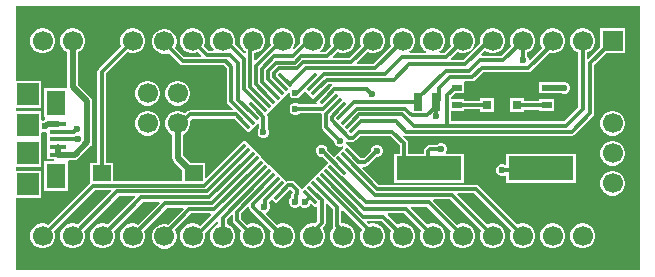
<source format=gbr>
%TF.GenerationSoftware,Altium Limited,Altium Designer,21.4.1 (30)*%
G04 Layer_Physical_Order=1*
G04 Layer_Color=255*
%FSLAX45Y45*%
%MOMM*%
%TF.SameCoordinates,7FD8979F-C22B-4491-80EA-6B84785AAA14*%
%TF.FilePolarity,Positive*%
%TF.FileFunction,Copper,L1,Top,Signal*%
%TF.Part,Single*%
G01*
G75*
%TA.AperFunction,SMDPad,CuDef*%
G04:AMPARAMS|DCode=10|XSize=1.475mm|YSize=0.3mm|CornerRadius=0mm|HoleSize=0mm|Usage=FLASHONLY|Rotation=225.000|XOffset=0mm|YOffset=0mm|HoleType=Round|Shape=Rectangle|*
%AMROTATEDRECTD10*
4,1,4,0.41543,0.62756,0.62756,0.41543,-0.41543,-0.62756,-0.62756,-0.41543,0.41543,0.62756,0.0*
%
%ADD10ROTATEDRECTD10*%

G04:AMPARAMS|DCode=11|XSize=1.475mm|YSize=0.3mm|CornerRadius=0mm|HoleSize=0mm|Usage=FLASHONLY|Rotation=315.000|XOffset=0mm|YOffset=0mm|HoleType=Round|Shape=Rectangle|*
%AMROTATEDRECTD11*
4,1,4,-0.62756,0.41543,-0.41543,0.62756,0.62756,-0.41543,0.41543,-0.62756,-0.62756,0.41543,0.0*
%
%ADD11ROTATEDRECTD11*%

%TA.AperFunction,ConnectorPad*%
%ADD12R,1.35000X0.40000*%
%TA.AperFunction,SMDPad,CuDef*%
%ADD13R,1.90000X1.90000*%
%TA.AperFunction,ConnectorPad*%
%ADD14R,1.60000X2.10000*%
%TA.AperFunction,SMDPad,CuDef*%
%ADD15R,0.90000X0.60000*%
%ADD16R,1.50000X1.40000*%
%ADD17R,0.80000X0.80000*%
%ADD18R,0.80000X1.50000*%
%ADD19R,5.50000X2.00000*%
%TA.AperFunction,Conductor*%
%ADD20C,0.30000*%
%ADD21C,0.50000*%
%TA.AperFunction,ComponentPad*%
%ADD22C,1.70000*%
%ADD23R,1.70000X1.70000*%
%ADD24R,1.70000X1.70000*%
%TA.AperFunction,ViaPad*%
%ADD25C,0.60000*%
G36*
X5308600Y25400D02*
X25400D01*
Y641000D01*
X242000D01*
Y871000D01*
X25400D01*
Y901000D01*
X242000D01*
Y1130999D01*
X242000D01*
Y1141001D01*
X242000D01*
Y1191899D01*
X254700Y1200385D01*
X262054Y1197339D01*
X281946D01*
X283940Y1198165D01*
X294500Y1191109D01*
Y1096000D01*
Y1031000D01*
Y966000D01*
X352259D01*
X354399Y963700D01*
X348868Y951000D01*
X269500D01*
Y701000D01*
X469500D01*
Y947418D01*
X469500Y951000D01*
X478146Y960118D01*
X525326D01*
X542884Y963611D01*
X557769Y973557D01*
X660503Y1076291D01*
X670449Y1091176D01*
X673941Y1108734D01*
Y1456716D01*
X670449Y1474274D01*
X660503Y1489159D01*
X553882Y1595781D01*
Y1873747D01*
X572471Y1884479D01*
X592021Y1904029D01*
X605844Y1927972D01*
X613000Y1954677D01*
Y1982323D01*
X605844Y2009028D01*
X592021Y2032971D01*
X572471Y2052521D01*
X548528Y2066344D01*
X521823Y2073500D01*
X494177D01*
X467472Y2066344D01*
X443529Y2052521D01*
X423979Y2032971D01*
X410156Y2009028D01*
X403000Y1982323D01*
Y1954677D01*
X410156Y1927972D01*
X423979Y1904029D01*
X443529Y1884479D01*
X462118Y1873747D01*
Y1576776D01*
X457378Y1571000D01*
X269500D01*
Y1321000D01*
X276604D01*
X278302Y1308389D01*
X263417Y1298443D01*
X262313Y1297339D01*
X262054D01*
X254700Y1294292D01*
X242000Y1302778D01*
Y1371000D01*
X25400D01*
Y1401000D01*
X242000D01*
Y1631000D01*
X25400D01*
Y2260600D01*
X5308600D01*
Y25400D01*
D02*
G37*
%LPC*%
G36*
X267823Y2073500D02*
X240177D01*
X213472Y2066344D01*
X189529Y2052521D01*
X169979Y2032971D01*
X156156Y2009028D01*
X149000Y1982323D01*
Y1954677D01*
X156156Y1927972D01*
X169979Y1904029D01*
X189529Y1884479D01*
X213472Y1870656D01*
X240177Y1863500D01*
X267823D01*
X294528Y1870656D01*
X318471Y1884479D01*
X338021Y1904029D01*
X351844Y1927972D01*
X359000Y1954677D01*
Y1982323D01*
X351844Y2009028D01*
X338021Y2032971D01*
X318471Y2052521D01*
X294528Y2066344D01*
X267823Y2073500D01*
D02*
G37*
G36*
X5185000D02*
X4975000D01*
Y1913967D01*
X4874386Y1813353D01*
X4861686Y1818614D01*
Y1869358D01*
X4866528Y1870656D01*
X4890471Y1884479D01*
X4910021Y1904029D01*
X4923844Y1927972D01*
X4931000Y1954677D01*
Y1982323D01*
X4923844Y2009028D01*
X4910021Y2032971D01*
X4890471Y2052521D01*
X4866528Y2066344D01*
X4839823Y2073500D01*
X4812177D01*
X4785472Y2066344D01*
X4761529Y2052521D01*
X4741979Y2032971D01*
X4728156Y2009028D01*
X4721000Y1982323D01*
Y1954677D01*
X4728156Y1927972D01*
X4741979Y1904029D01*
X4761529Y1884479D01*
X4785472Y1870656D01*
X4790314Y1869358D01*
Y1405259D01*
X4671462Y1286406D01*
X3714886D01*
Y1373600D01*
X3824200D01*
Y1387914D01*
X3953200D01*
Y1363600D01*
X4073200D01*
Y1483600D01*
X3953200D01*
Y1459286D01*
X3824200D01*
Y1473600D01*
X3714886D01*
Y1493819D01*
X3744667Y1523600D01*
X3824200D01*
Y1623600D01*
X3836124Y1625474D01*
X3891280D01*
X3904936Y1628191D01*
X3916514Y1635926D01*
X3986418Y1705830D01*
X4367876D01*
X4381533Y1708547D01*
X4393110Y1716283D01*
X4544099Y1867272D01*
X4558177Y1863500D01*
X4585823D01*
X4612528Y1870656D01*
X4636471Y1884479D01*
X4656021Y1904029D01*
X4669844Y1927972D01*
X4677000Y1954677D01*
Y1982323D01*
X4669844Y2009028D01*
X4656021Y2032971D01*
X4636471Y2052521D01*
X4612528Y2066344D01*
X4585823Y2073500D01*
X4558177D01*
X4531472Y2066344D01*
X4507529Y2052521D01*
X4487979Y2032971D01*
X4474156Y2009028D01*
X4467000Y1982323D01*
Y1954677D01*
X4474156Y1927972D01*
X4485030Y1909137D01*
X4380700Y1804807D01*
X4368000Y1810068D01*
Y1816462D01*
X4360388Y1834839D01*
X4353686Y1841541D01*
Y1869358D01*
X4358528Y1870656D01*
X4382471Y1884479D01*
X4402021Y1904029D01*
X4415844Y1927972D01*
X4423000Y1954677D01*
Y1982323D01*
X4415844Y2009028D01*
X4402021Y2032971D01*
X4382471Y2052521D01*
X4358528Y2066344D01*
X4331823Y2073500D01*
X4304177D01*
X4277472Y2066344D01*
X4253529Y2052521D01*
X4233979Y2032971D01*
X4220156Y2009028D01*
X4213000Y1982323D01*
Y1954677D01*
X4220156Y1927972D01*
X4222663Y1923630D01*
X4141235Y1842202D01*
X3971732D01*
X3966472Y1854902D01*
X3997789Y1886219D01*
X3999529Y1884479D01*
X4023472Y1870656D01*
X4050177Y1863500D01*
X4077823D01*
X4104528Y1870656D01*
X4128471Y1884479D01*
X4148021Y1904029D01*
X4161844Y1927972D01*
X4169000Y1954677D01*
Y1982323D01*
X4161844Y2009028D01*
X4148021Y2032971D01*
X4128471Y2052521D01*
X4104528Y2066344D01*
X4077823Y2073500D01*
X4050177D01*
X4023472Y2066344D01*
X3999529Y2052521D01*
X3979979Y2032971D01*
X3966156Y2009028D01*
X3959000Y1982323D01*
Y1954677D01*
X3960334Y1949699D01*
X3816701Y1806066D01*
X3715994D01*
X3710733Y1818766D01*
X3765130Y1873163D01*
X3769472Y1870656D01*
X3796177Y1863500D01*
X3823823D01*
X3850528Y1870656D01*
X3874471Y1884479D01*
X3894021Y1904029D01*
X3907844Y1927972D01*
X3915000Y1954677D01*
Y1982323D01*
X3907844Y2009028D01*
X3894021Y2032971D01*
X3874471Y2052521D01*
X3850528Y2066344D01*
X3823823Y2073500D01*
X3796177D01*
X3769472Y2066344D01*
X3745529Y2052521D01*
X3725979Y2032971D01*
X3712156Y2009028D01*
X3705000Y1982323D01*
Y1954677D01*
X3712156Y1927972D01*
X3714663Y1923630D01*
X3658058Y1867026D01*
X3615641D01*
X3612238Y1879726D01*
X3620471Y1884479D01*
X3640021Y1904029D01*
X3653844Y1927972D01*
X3661000Y1954677D01*
Y1982323D01*
X3653844Y2009028D01*
X3640021Y2032971D01*
X3620471Y2052521D01*
X3596528Y2066344D01*
X3569823Y2073500D01*
X3542177D01*
X3515472Y2066344D01*
X3491529Y2052521D01*
X3471979Y2032971D01*
X3458156Y2009028D01*
X3451000Y1982323D01*
Y1954677D01*
X3458156Y1927972D01*
X3471979Y1904029D01*
X3491529Y1884479D01*
X3499762Y1879726D01*
X3496359Y1867026D01*
X3361641D01*
X3358238Y1879726D01*
X3366471Y1884479D01*
X3386021Y1904029D01*
X3399844Y1927972D01*
X3407000Y1954677D01*
Y1982323D01*
X3399844Y2009028D01*
X3386021Y2032971D01*
X3366471Y2052521D01*
X3342528Y2066344D01*
X3315823Y2073500D01*
X3288177D01*
X3261472Y2066344D01*
X3237529Y2052521D01*
X3217979Y2032971D01*
X3204156Y2009028D01*
X3197000Y1982323D01*
Y1954677D01*
X3204156Y1927972D01*
X3206663Y1923630D01*
X3055139Y1772106D01*
X2918667D01*
X2913806Y1783839D01*
X3003130Y1873163D01*
X3007472Y1870656D01*
X3034177Y1863500D01*
X3061823D01*
X3088528Y1870656D01*
X3112471Y1884479D01*
X3132021Y1904029D01*
X3145844Y1927972D01*
X3153000Y1954677D01*
Y1982323D01*
X3145844Y2009028D01*
X3132021Y2032971D01*
X3112471Y2052521D01*
X3088528Y2066344D01*
X3061823Y2073500D01*
X3034177D01*
X3007472Y2066344D01*
X2983529Y2052521D01*
X2963979Y2032971D01*
X2950156Y2009028D01*
X2943000Y1982323D01*
Y1954677D01*
X2950156Y1927972D01*
X2952663Y1923630D01*
X2851139Y1822106D01*
X2714667D01*
X2709806Y1833839D01*
X2749130Y1873163D01*
X2753472Y1870656D01*
X2780177Y1863500D01*
X2807823D01*
X2834528Y1870656D01*
X2858471Y1884479D01*
X2878021Y1904029D01*
X2891844Y1927972D01*
X2899000Y1954677D01*
Y1982323D01*
X2891844Y2009028D01*
X2878021Y2032971D01*
X2858471Y2052521D01*
X2834528Y2066344D01*
X2807823Y2073500D01*
X2780177D01*
X2753472Y2066344D01*
X2729529Y2052521D01*
X2709979Y2032971D01*
X2696156Y2009028D01*
X2689000Y1982323D01*
Y1954677D01*
X2696156Y1927972D01*
X2698663Y1923630D01*
X2647138Y1872106D01*
X2607574D01*
X2604896Y1882101D01*
X2604798Y1884806D01*
X2624021Y1904029D01*
X2637844Y1927972D01*
X2645000Y1954677D01*
Y1982323D01*
X2637844Y2009028D01*
X2624021Y2032971D01*
X2604471Y2052521D01*
X2580528Y2066344D01*
X2553823Y2073500D01*
X2526177D01*
X2499472Y2066344D01*
X2475529Y2052521D01*
X2455979Y2032971D01*
X2442156Y2009028D01*
X2435000Y1982323D01*
Y1954677D01*
X2435638Y1952296D01*
X2379432Y1896090D01*
X2370021Y1904029D01*
X2383844Y1927972D01*
X2391000Y1954677D01*
Y1982323D01*
X2383844Y2009028D01*
X2370021Y2032971D01*
X2350471Y2052521D01*
X2326528Y2066344D01*
X2299823Y2073500D01*
X2272177D01*
X2245472Y2066344D01*
X2221529Y2052521D01*
X2201979Y2032971D01*
X2188156Y2009028D01*
X2181000Y1982323D01*
Y1954677D01*
X2186904Y1932642D01*
X2057446Y1803184D01*
X2045713Y1808044D01*
Y1863500D01*
X2045823D01*
X2072528Y1870656D01*
X2096471Y1884479D01*
X2116021Y1904029D01*
X2129844Y1927972D01*
X2137000Y1954677D01*
Y1982323D01*
X2129844Y2009028D01*
X2116021Y2032971D01*
X2096471Y2052521D01*
X2072528Y2066344D01*
X2045823Y2073500D01*
X2018177D01*
X1991472Y2066344D01*
X1967529Y2052521D01*
X1947979Y2032971D01*
X1934156Y2009028D01*
X1927000Y1982323D01*
Y1954677D01*
X1934156Y1927972D01*
X1947979Y1904029D01*
X1967529Y1884479D01*
X1974341Y1880546D01*
Y1864619D01*
X1962608Y1859759D01*
X1879765Y1942603D01*
X1883000Y1954677D01*
Y1982323D01*
X1875844Y2009028D01*
X1862021Y2032971D01*
X1842471Y2052521D01*
X1818528Y2066344D01*
X1791823Y2073500D01*
X1764177D01*
X1737472Y2066344D01*
X1713529Y2052521D01*
X1693979Y2032971D01*
X1680156Y2009028D01*
X1673000Y1982323D01*
Y1954677D01*
X1680156Y1927972D01*
X1693979Y1904029D01*
X1701122Y1896886D01*
X1695862Y1884186D01*
X1658782D01*
X1619337Y1923630D01*
X1621844Y1927972D01*
X1629000Y1954677D01*
Y1982323D01*
X1621844Y2009028D01*
X1608021Y2032971D01*
X1588471Y2052521D01*
X1564528Y2066344D01*
X1537823Y2073500D01*
X1510177D01*
X1483472Y2066344D01*
X1459529Y2052521D01*
X1439979Y2032971D01*
X1426156Y2009028D01*
X1419000Y1982323D01*
Y1954677D01*
X1426156Y1927972D01*
X1439979Y1904029D01*
X1459529Y1884479D01*
X1483472Y1870656D01*
X1510177Y1863500D01*
X1537823D01*
X1564528Y1870656D01*
X1568870Y1873163D01*
X1596114Y1845919D01*
X1591253Y1834186D01*
X1454781D01*
X1376859Y1912109D01*
X1383084Y1922892D01*
X1390240Y1949597D01*
Y1977243D01*
X1383084Y2003948D01*
X1369261Y2027891D01*
X1349711Y2047441D01*
X1325768Y2061264D01*
X1299063Y2068420D01*
X1271417D01*
X1244712Y2061264D01*
X1220769Y2047441D01*
X1201219Y2027891D01*
X1187396Y2003948D01*
X1180240Y1977243D01*
Y1949597D01*
X1187396Y1922892D01*
X1201219Y1898949D01*
X1220769Y1879399D01*
X1244712Y1865576D01*
X1271417Y1858420D01*
X1299063D01*
X1323157Y1864876D01*
X1414766Y1773266D01*
X1426344Y1765531D01*
X1440000Y1762814D01*
X1788645D01*
X1815974Y1735485D01*
Y1456853D01*
X1818691Y1443197D01*
X1826426Y1431619D01*
X1864653Y1393392D01*
X1859793Y1381659D01*
X1504874D01*
X1491218Y1378942D01*
X1479641Y1371207D01*
X1461963Y1353529D01*
X1461471Y1354021D01*
X1437528Y1367844D01*
X1410823Y1375000D01*
X1383177D01*
X1356472Y1367844D01*
X1332529Y1354021D01*
X1312979Y1334471D01*
X1299156Y1310528D01*
X1292000Y1283823D01*
Y1256177D01*
X1299156Y1229472D01*
X1312979Y1205529D01*
X1332529Y1185979D01*
X1351118Y1175247D01*
Y979360D01*
X1354611Y961802D01*
X1364557Y946917D01*
X1438000Y873473D01*
Y779046D01*
X848000D01*
Y938360D01*
X788686D01*
Y1690718D01*
X971130Y1873163D01*
X975472Y1870656D01*
X1002177Y1863500D01*
X1029823D01*
X1056528Y1870656D01*
X1080471Y1884479D01*
X1100021Y1904029D01*
X1113844Y1927972D01*
X1121000Y1954677D01*
Y1982323D01*
X1113844Y2009028D01*
X1100021Y2032971D01*
X1080471Y2052521D01*
X1056528Y2066344D01*
X1029823Y2073500D01*
X1002177D01*
X975472Y2066344D01*
X951529Y2052521D01*
X931979Y2032971D01*
X918156Y2009028D01*
X911000Y1982323D01*
Y1954677D01*
X918156Y1927972D01*
X920663Y1923630D01*
X727766Y1730734D01*
X720031Y1719156D01*
X717314Y1705500D01*
Y938360D01*
X658000D01*
Y770848D01*
X654626Y768594D01*
X298870Y412837D01*
X294528Y415344D01*
X267823Y422500D01*
X240177D01*
X213472Y415344D01*
X189529Y401521D01*
X169979Y381971D01*
X156156Y358028D01*
X149000Y331323D01*
Y303677D01*
X156156Y276972D01*
X169979Y253029D01*
X189529Y233479D01*
X213472Y219656D01*
X240177Y212500D01*
X267823D01*
X294528Y219656D01*
X318471Y233479D01*
X338021Y253029D01*
X351844Y276972D01*
X359000Y303677D01*
Y331323D01*
X351844Y358028D01*
X349337Y362370D01*
X694641Y707674D01*
X831113D01*
X835974Y695941D01*
X552870Y412837D01*
X548528Y415344D01*
X521823Y422500D01*
X494177D01*
X467472Y415344D01*
X443529Y401521D01*
X423979Y381971D01*
X410156Y358028D01*
X403000Y331323D01*
Y303677D01*
X410156Y276972D01*
X423979Y253029D01*
X443529Y233479D01*
X467472Y219656D01*
X494177Y212500D01*
X521823D01*
X548528Y219656D01*
X572471Y233479D01*
X592021Y253029D01*
X605844Y276972D01*
X613000Y303677D01*
Y331323D01*
X605844Y358028D01*
X603337Y362370D01*
X898642Y657674D01*
X1035113D01*
X1039974Y645941D01*
X806870Y412837D01*
X802528Y415344D01*
X775823Y422500D01*
X748177D01*
X721472Y415344D01*
X697529Y401521D01*
X677979Y381971D01*
X664156Y358028D01*
X657000Y331323D01*
Y303677D01*
X664156Y276972D01*
X677979Y253029D01*
X697529Y233479D01*
X721472Y219656D01*
X748177Y212500D01*
X775823D01*
X802528Y219656D01*
X826471Y233479D01*
X846021Y253029D01*
X859844Y276972D01*
X867000Y303677D01*
Y331323D01*
X859844Y358028D01*
X857337Y362370D01*
X1102642Y607674D01*
X1239114D01*
X1243974Y595941D01*
X1060870Y412837D01*
X1056528Y415344D01*
X1029823Y422500D01*
X1002177D01*
X975472Y415344D01*
X951529Y401521D01*
X931979Y381971D01*
X918156Y358028D01*
X911000Y331323D01*
Y303677D01*
X918156Y276972D01*
X931979Y253029D01*
X951529Y233479D01*
X975472Y219656D01*
X1002177Y212500D01*
X1029823D01*
X1056528Y219656D01*
X1080471Y233479D01*
X1100021Y253029D01*
X1113844Y276972D01*
X1121000Y303677D01*
Y331323D01*
X1113844Y358028D01*
X1111337Y362370D01*
X1306642Y557675D01*
X1443114D01*
X1447974Y545941D01*
X1315144Y413111D01*
X1299063Y417420D01*
X1271417D01*
X1244712Y410264D01*
X1220769Y396441D01*
X1201219Y376891D01*
X1187396Y352948D01*
X1180240Y326243D01*
Y298597D01*
X1187396Y271892D01*
X1201219Y247949D01*
X1220769Y228399D01*
X1244712Y214576D01*
X1271417Y207420D01*
X1299063D01*
X1325768Y214576D01*
X1349711Y228399D01*
X1369261Y247949D01*
X1383084Y271892D01*
X1390240Y298597D01*
Y326243D01*
X1383084Y352948D01*
X1373140Y370172D01*
X1510642Y507675D01*
X1675259D01*
X1680119Y495941D01*
X1586713Y402536D01*
X1564528Y415344D01*
X1537823Y422500D01*
X1510177D01*
X1483472Y415344D01*
X1459529Y401521D01*
X1439979Y381971D01*
X1426156Y358028D01*
X1419000Y331323D01*
Y303677D01*
X1426156Y276972D01*
X1439979Y253029D01*
X1459529Y233479D01*
X1483472Y219656D01*
X1510177Y212500D01*
X1537823D01*
X1564528Y219656D01*
X1588471Y233479D01*
X1608021Y253029D01*
X1621844Y276972D01*
X1629000Y303677D01*
Y331323D01*
X1626345Y341232D01*
X1730581Y445469D01*
X1742314Y440608D01*
Y416642D01*
X1737472Y415344D01*
X1713529Y401521D01*
X1693979Y381971D01*
X1680156Y358028D01*
X1673000Y331323D01*
Y303677D01*
X1680156Y276972D01*
X1693979Y253029D01*
X1713529Y233479D01*
X1737472Y219656D01*
X1764177Y212500D01*
X1791823D01*
X1818528Y219656D01*
X1842471Y233479D01*
X1862021Y253029D01*
X1875844Y276972D01*
X1883000Y303677D01*
Y331323D01*
X1875844Y358028D01*
X1862021Y381971D01*
X1842471Y401521D01*
X1818528Y415344D01*
X1813686Y416642D01*
Y457863D01*
X1852501Y496678D01*
X1864234Y491818D01*
Y449580D01*
X1866951Y435924D01*
X1874686Y424346D01*
X1936663Y362370D01*
X1934156Y358028D01*
X1927000Y331323D01*
Y303677D01*
X1934156Y276972D01*
X1947979Y253029D01*
X1967529Y233479D01*
X1991472Y219656D01*
X2018177Y212500D01*
X2045823D01*
X2072528Y219656D01*
X2096471Y233479D01*
X2116021Y253029D01*
X2129844Y276972D01*
X2137000Y303677D01*
Y331323D01*
X2129844Y358028D01*
X2116021Y381971D01*
X2096471Y401521D01*
X2072528Y415344D01*
X2045823Y422500D01*
X2018177D01*
X1991472Y415344D01*
X1987130Y412837D01*
X1935606Y464362D01*
Y509072D01*
X1989517Y562984D01*
X2003297Y558804D01*
X2004595Y552279D01*
X2012331Y540702D01*
X2190663Y362370D01*
X2188156Y358028D01*
X2181000Y331323D01*
Y303677D01*
X2188156Y276972D01*
X2201979Y253029D01*
X2221529Y233479D01*
X2245472Y219656D01*
X2272177Y212500D01*
X2299823D01*
X2326528Y219656D01*
X2350471Y233479D01*
X2370021Y253029D01*
X2383844Y276972D01*
X2391000Y303677D01*
Y331323D01*
X2383844Y358028D01*
X2370021Y381971D01*
X2350471Y401521D01*
X2326528Y415344D01*
X2299823Y422500D01*
X2272177D01*
X2245472Y415344D01*
X2241130Y412837D01*
X2148607Y505360D01*
X2151587Y520341D01*
X2159328Y523547D01*
X2173394Y537613D01*
X2181006Y555990D01*
Y575881D01*
X2173394Y594258D01*
X2172432Y595220D01*
Y604477D01*
X2196014Y628060D01*
X2230885Y593189D01*
X2294738Y657043D01*
X2297661Y658995D01*
X2349325Y710659D01*
X2369853Y690132D01*
Y689879D01*
X2363771Y680777D01*
X2361054Y667121D01*
Y647825D01*
X2348612Y635383D01*
X2341000Y617006D01*
Y597114D01*
X2348612Y578737D01*
X2362677Y564672D01*
X2381054Y557060D01*
X2400945D01*
X2419323Y564672D01*
X2432480Y577829D01*
X2445637Y564672D01*
X2464014Y557060D01*
X2483906D01*
X2502283Y564672D01*
X2516348Y578737D01*
X2518566Y584093D01*
X2531023Y586571D01*
X2559760Y557834D01*
X2568554Y566628D01*
X2580287Y561768D01*
Y440156D01*
X2560770Y420638D01*
X2553823Y422500D01*
X2526177D01*
X2499472Y415344D01*
X2475529Y401521D01*
X2455979Y381971D01*
X2442156Y358028D01*
X2435000Y331323D01*
Y303677D01*
X2442156Y276972D01*
X2455979Y253029D01*
X2475529Y233479D01*
X2499472Y219656D01*
X2526177Y212500D01*
X2553823D01*
X2580528Y219656D01*
X2604471Y233479D01*
X2624021Y253029D01*
X2637844Y276972D01*
X2645000Y303677D01*
Y331323D01*
X2637844Y358028D01*
X2624021Y381971D01*
X2623529Y382463D01*
X2641207Y400141D01*
X2648942Y411718D01*
X2651659Y425374D01*
Y589793D01*
X2663392Y594653D01*
X2712594Y545451D01*
Y401104D01*
X2715311Y387448D01*
X2715369Y387361D01*
X2709979Y381971D01*
X2696156Y358028D01*
X2689000Y331323D01*
Y303677D01*
X2696156Y276972D01*
X2709979Y253029D01*
X2729529Y233479D01*
X2753472Y219656D01*
X2780177Y212500D01*
X2807823D01*
X2834528Y219656D01*
X2858471Y233479D01*
X2878021Y253029D01*
X2891844Y276972D01*
X2899000Y303677D01*
Y331323D01*
X2891844Y358028D01*
X2878021Y381971D01*
X2858471Y401521D01*
X2834528Y415344D01*
X2807823Y422500D01*
X2783966D01*
Y528197D01*
X2795699Y533057D01*
X2957686Y371070D01*
X2950156Y358028D01*
X2943000Y331323D01*
Y303677D01*
X2950156Y276972D01*
X2963979Y253029D01*
X2983529Y233479D01*
X3007472Y219656D01*
X3034177Y212500D01*
X3061823D01*
X3088528Y219656D01*
X3112471Y233479D01*
X3132021Y253029D01*
X3145844Y276972D01*
X3153000Y303677D01*
Y331323D01*
X3145844Y358028D01*
X3132021Y381971D01*
X3112471Y401521D01*
X3088528Y415344D01*
X3061823Y422500D01*
X3034177D01*
X3012894Y416797D01*
X2997050Y432641D01*
X3001910Y444374D01*
X3124658D01*
X3206663Y362370D01*
X3204156Y358028D01*
X3197000Y331323D01*
Y303677D01*
X3204156Y276972D01*
X3217979Y253029D01*
X3237529Y233479D01*
X3261472Y219656D01*
X3288177Y212500D01*
X3315823D01*
X3342528Y219656D01*
X3366471Y233479D01*
X3386021Y253029D01*
X3399844Y276972D01*
X3407000Y303677D01*
Y331323D01*
X3399844Y358028D01*
X3386021Y381971D01*
X3366471Y401521D01*
X3342528Y415344D01*
X3315823Y422500D01*
X3288177D01*
X3261472Y415344D01*
X3257130Y412837D01*
X3174793Y495174D01*
X3180054Y507874D01*
X3315158D01*
X3460663Y362370D01*
X3458156Y358028D01*
X3451000Y331323D01*
Y303677D01*
X3458156Y276972D01*
X3471979Y253029D01*
X3491529Y233479D01*
X3515472Y219656D01*
X3542177Y212500D01*
X3569823D01*
X3596528Y219656D01*
X3620471Y233479D01*
X3640021Y253029D01*
X3653844Y276972D01*
X3661000Y303677D01*
Y331323D01*
X3653844Y358028D01*
X3640021Y381971D01*
X3620471Y401521D01*
X3596528Y415344D01*
X3569823Y422500D01*
X3542177D01*
X3515472Y415344D01*
X3511130Y412837D01*
X3369406Y554561D01*
X3374267Y566294D01*
X3510738D01*
X3714663Y362370D01*
X3712156Y358028D01*
X3705000Y331323D01*
Y303677D01*
X3712156Y276972D01*
X3725979Y253029D01*
X3745529Y233479D01*
X3769472Y219656D01*
X3796177Y212500D01*
X3823823D01*
X3850528Y219656D01*
X3874471Y233479D01*
X3894021Y253029D01*
X3907844Y276972D01*
X3915000Y303677D01*
Y331323D01*
X3907844Y358028D01*
X3894021Y381971D01*
X3874471Y401521D01*
X3850528Y415344D01*
X3823823Y422500D01*
X3796177D01*
X3769472Y415344D01*
X3765130Y412837D01*
X3560873Y617094D01*
X3566134Y629794D01*
X3701238D01*
X3968663Y362370D01*
X3966156Y358028D01*
X3959000Y331323D01*
Y303677D01*
X3966156Y276972D01*
X3979979Y253029D01*
X3999529Y233479D01*
X4023472Y219656D01*
X4050177Y212500D01*
X4077823D01*
X4104528Y219656D01*
X4128471Y233479D01*
X4148021Y253029D01*
X4161844Y276972D01*
X4169000Y303677D01*
Y331323D01*
X4161844Y358028D01*
X4148021Y381971D01*
X4128471Y401521D01*
X4104528Y415344D01*
X4077823Y422500D01*
X4050177D01*
X4023472Y415344D01*
X4019130Y412837D01*
X3763906Y668061D01*
X3768767Y679794D01*
X3905239D01*
X4222663Y362370D01*
X4220156Y358028D01*
X4213000Y331323D01*
Y303677D01*
X4220156Y276972D01*
X4233979Y253029D01*
X4253529Y233479D01*
X4277472Y219656D01*
X4304177Y212500D01*
X4331823D01*
X4358528Y219656D01*
X4382471Y233479D01*
X4402021Y253029D01*
X4415844Y276972D01*
X4423000Y303677D01*
Y331323D01*
X4415844Y358028D01*
X4402021Y381971D01*
X4382471Y401521D01*
X4358528Y415344D01*
X4331823Y422500D01*
X4304177D01*
X4277472Y415344D01*
X4273130Y412837D01*
X3945254Y740714D01*
X3933676Y748449D01*
X3920020Y751166D01*
X3102789D01*
X2961347Y892608D01*
X2966207Y904341D01*
X2987164D01*
X3000821Y907058D01*
X3012398Y914793D01*
X3085388Y987783D01*
X3094866D01*
X3113243Y995395D01*
X3127308Y1009460D01*
X3134920Y1027837D01*
Y1047728D01*
X3127308Y1066105D01*
X3113243Y1080171D01*
X3094866Y1087782D01*
X3074975D01*
X3056597Y1080171D01*
X3042532Y1066105D01*
X3034920Y1047728D01*
Y1038250D01*
X2972383Y975713D01*
X2948953D01*
X2897005Y1027661D01*
X2894082Y1029614D01*
X2830229Y1093467D01*
X2830229D01*
X2822909Y1099385D01*
X2825918Y1112071D01*
X2837045Y1117750D01*
X2837430Y1117493D01*
X2851086Y1114776D01*
X2880081D01*
X2893737Y1117493D01*
X2905315Y1125228D01*
X2945121Y1165034D01*
X3199973D01*
X3276186Y1088822D01*
Y1009000D01*
X3230500D01*
Y769000D01*
X3820500D01*
Y1009000D01*
X3675771D01*
X3670511Y1021700D01*
X3672048Y1023237D01*
X3679660Y1041614D01*
Y1061506D01*
X3672048Y1079883D01*
X3657983Y1093948D01*
X3639606Y1101560D01*
X3619714D01*
X3601337Y1093948D01*
X3594635Y1087246D01*
X3535474D01*
X3521817Y1084529D01*
X3510240Y1076794D01*
X3492666Y1059220D01*
X3484931Y1047643D01*
X3482214Y1033986D01*
Y1009000D01*
X3347557D01*
Y1103604D01*
X3344841Y1117260D01*
X3337105Y1128837D01*
X3305230Y1160712D01*
X3313326Y1170577D01*
X3317555Y1167751D01*
X3331212Y1165034D01*
X4736400D01*
X4750057Y1167751D01*
X4761634Y1175487D01*
X4915705Y1329558D01*
X4923440Y1341135D01*
X4926157Y1354791D01*
Y1764190D01*
X5025467Y1863500D01*
X5185000D01*
Y2073500D01*
D02*
G37*
G36*
X4586200Y1623600D02*
X4456200D01*
Y1523600D01*
X4586200D01*
Y1527719D01*
X4647058D01*
X4659898Y1522400D01*
X4679790D01*
X4698167Y1530012D01*
X4712232Y1544077D01*
X4719844Y1562454D01*
Y1582346D01*
X4712232Y1600723D01*
X4698167Y1614788D01*
X4679790Y1622400D01*
X4659898D01*
X4652853Y1619482D01*
X4586200D01*
Y1623600D01*
D02*
G37*
G36*
X1410823Y1629000D02*
X1383177D01*
X1356472Y1621844D01*
X1332529Y1608021D01*
X1312979Y1588471D01*
X1299156Y1564528D01*
X1292000Y1537823D01*
Y1510177D01*
X1299156Y1483472D01*
X1312979Y1459529D01*
X1332529Y1439979D01*
X1356472Y1426156D01*
X1383177Y1419000D01*
X1410823D01*
X1437528Y1426156D01*
X1461471Y1439979D01*
X1481021Y1459529D01*
X1494844Y1483472D01*
X1502000Y1510177D01*
Y1537823D01*
X1494844Y1564528D01*
X1481021Y1588471D01*
X1461471Y1608021D01*
X1437528Y1621844D01*
X1410823Y1629000D01*
D02*
G37*
G36*
X1156823D02*
X1129177D01*
X1102472Y1621844D01*
X1078529Y1608021D01*
X1058979Y1588471D01*
X1045156Y1564528D01*
X1038000Y1537823D01*
Y1510177D01*
X1045156Y1483472D01*
X1058979Y1459529D01*
X1078529Y1439979D01*
X1102472Y1426156D01*
X1129177Y1419000D01*
X1156823D01*
X1183528Y1426156D01*
X1207471Y1439979D01*
X1227021Y1459529D01*
X1240844Y1483472D01*
X1248000Y1510177D01*
Y1537823D01*
X1240844Y1564528D01*
X1227021Y1588471D01*
X1207471Y1608021D01*
X1183528Y1621844D01*
X1156823Y1629000D01*
D02*
G37*
G36*
X4327200Y1482400D02*
X4207200D01*
Y1362400D01*
X4327200D01*
Y1387314D01*
X4456200D01*
Y1373600D01*
X4586200D01*
Y1473600D01*
X4456200D01*
Y1458686D01*
X4327200D01*
Y1482400D01*
D02*
G37*
G36*
X5093823Y1375000D02*
X5066177D01*
X5039472Y1367844D01*
X5015529Y1354021D01*
X4995979Y1334471D01*
X4982156Y1310528D01*
X4975000Y1283823D01*
Y1256177D01*
X4982156Y1229472D01*
X4995979Y1205529D01*
X5015529Y1185979D01*
X5039472Y1172156D01*
X5066177Y1165000D01*
X5093823D01*
X5120528Y1172156D01*
X5144471Y1185979D01*
X5164021Y1205529D01*
X5177844Y1229472D01*
X5185000Y1256177D01*
Y1283823D01*
X5177844Y1310528D01*
X5164021Y1334471D01*
X5144471Y1354021D01*
X5120528Y1367844D01*
X5093823Y1375000D01*
D02*
G37*
G36*
X1156823D02*
X1129177D01*
X1102472Y1367844D01*
X1078529Y1354021D01*
X1058979Y1334471D01*
X1045156Y1310528D01*
X1038000Y1283823D01*
Y1256177D01*
X1045156Y1229472D01*
X1058979Y1205529D01*
X1078529Y1185979D01*
X1102472Y1172156D01*
X1129177Y1165000D01*
X1156823D01*
X1183528Y1172156D01*
X1207471Y1185979D01*
X1227021Y1205529D01*
X1240844Y1229472D01*
X1248000Y1256177D01*
Y1283823D01*
X1240844Y1310528D01*
X1227021Y1334471D01*
X1207471Y1354021D01*
X1183528Y1367844D01*
X1156823Y1375000D01*
D02*
G37*
G36*
X4770500Y1009000D02*
X4180500D01*
Y925991D01*
X4180328Y925745D01*
X4167800Y918552D01*
X4155226Y923760D01*
X4135334D01*
X4116957Y916148D01*
X4102892Y902083D01*
X4095280Y883706D01*
Y863814D01*
X4102892Y845437D01*
X4116957Y831372D01*
X4135334Y823760D01*
X4155226D01*
X4167800Y828968D01*
X4180328Y821775D01*
X4180500Y821529D01*
Y769000D01*
X4770500D01*
Y1009000D01*
D02*
G37*
G36*
X5093823Y1121000D02*
X5066177D01*
X5039472Y1113844D01*
X5015529Y1100021D01*
X4995979Y1080471D01*
X4982156Y1056528D01*
X4975000Y1029823D01*
Y1002177D01*
X4982156Y975472D01*
X4995979Y951529D01*
X5015529Y931979D01*
X5039472Y918156D01*
X5066177Y911000D01*
X5093823D01*
X5120528Y918156D01*
X5144471Y931979D01*
X5164021Y951529D01*
X5177844Y975472D01*
X5185000Y1002177D01*
Y1029823D01*
X5177844Y1056528D01*
X5164021Y1080471D01*
X5144471Y1100021D01*
X5120528Y1113844D01*
X5093823Y1121000D01*
D02*
G37*
G36*
Y867000D02*
X5066177D01*
X5039472Y859844D01*
X5015529Y846021D01*
X4995979Y826471D01*
X4982156Y802528D01*
X4975000Y775823D01*
Y748177D01*
X4982156Y721472D01*
X4995979Y697529D01*
X5015529Y677979D01*
X5039472Y664156D01*
X5066177Y657000D01*
X5093823D01*
X5120528Y664156D01*
X5144471Y677979D01*
X5164021Y697529D01*
X5177844Y721472D01*
X5185000Y748177D01*
Y775823D01*
X5177844Y802528D01*
X5164021Y826471D01*
X5144471Y846021D01*
X5120528Y859844D01*
X5093823Y867000D01*
D02*
G37*
G36*
X4839823Y422500D02*
X4812177D01*
X4785472Y415344D01*
X4761529Y401521D01*
X4741979Y381971D01*
X4728156Y358028D01*
X4721000Y331323D01*
Y303677D01*
X4728156Y276972D01*
X4741979Y253029D01*
X4761529Y233479D01*
X4785472Y219656D01*
X4812177Y212500D01*
X4839823D01*
X4866528Y219656D01*
X4890471Y233479D01*
X4910021Y253029D01*
X4923844Y276972D01*
X4931000Y303677D01*
Y331323D01*
X4923844Y358028D01*
X4910021Y381971D01*
X4890471Y401521D01*
X4866528Y415344D01*
X4839823Y422500D01*
D02*
G37*
G36*
X4585823D02*
X4558177D01*
X4531472Y415344D01*
X4507529Y401521D01*
X4487979Y381971D01*
X4474156Y358028D01*
X4467000Y331323D01*
Y303677D01*
X4474156Y276972D01*
X4487979Y253029D01*
X4507529Y233479D01*
X4531472Y219656D01*
X4558177Y212500D01*
X4585823D01*
X4612528Y219656D01*
X4636471Y233479D01*
X4656021Y253029D01*
X4669844Y276972D01*
X4677000Y303677D01*
Y331323D01*
X4669844Y358028D01*
X4656021Y381971D01*
X4636471Y401521D01*
X4612528Y415344D01*
X4585823Y422500D01*
D02*
G37*
%LPD*%
G36*
X2700462Y1599147D02*
X2701181Y1586745D01*
X2699728Y1585291D01*
X2696805Y1583339D01*
X2634405Y1520939D01*
X2632452Y1518016D01*
X2568599Y1454162D01*
X2580343Y1442419D01*
X2575482Y1430685D01*
X2429545D01*
X2422843Y1437388D01*
X2404466Y1445000D01*
X2384574D01*
X2366197Y1437388D01*
X2352132Y1423323D01*
X2344520Y1404945D01*
Y1385054D01*
X2352132Y1366677D01*
X2366197Y1352612D01*
X2384574Y1345000D01*
X2404466D01*
X2422843Y1352612D01*
X2429545Y1359314D01*
X2608979D01*
X2617620Y1347950D01*
Y1242254D01*
X2620336Y1228597D01*
X2628072Y1217020D01*
X2724345Y1120747D01*
Y1111269D01*
X2731957Y1092891D01*
X2746022Y1078826D01*
X2764399Y1071214D01*
X2784291D01*
X2794062Y1075262D01*
X2801257Y1064495D01*
X2724647Y987886D01*
X2665973Y1046560D01*
Y1047728D01*
X2658361Y1066105D01*
X2644296Y1080171D01*
X2625919Y1087782D01*
X2606028D01*
X2587650Y1080171D01*
X2573585Y1066105D01*
X2565973Y1047728D01*
Y1027837D01*
X2573585Y1009460D01*
X2587650Y995395D01*
X2606028Y987783D01*
X2623816D01*
X2674180Y937419D01*
X2603954Y867193D01*
X2533244Y796482D01*
X2452099Y715338D01*
X2438832Y718493D01*
X2438052Y719252D01*
X2430772Y730147D01*
X2389056Y771863D01*
X2377479Y779599D01*
X2363823Y782315D01*
X2334828D01*
X2321171Y779599D01*
X2314259Y774980D01*
X2243259Y845980D01*
X2172548Y916691D01*
X2101838Y987401D01*
X2031127Y1058112D01*
X1960416Y1128822D01*
X1896563Y1064969D01*
X1893640Y1063016D01*
X1639733Y809109D01*
X1628000Y813969D01*
Y938360D01*
X1502887D01*
X1442882Y998365D01*
Y1175247D01*
X1461471Y1185979D01*
X1481021Y1205529D01*
X1494844Y1229472D01*
X1502000Y1256177D01*
Y1283823D01*
X1500138Y1290770D01*
X1519656Y1310287D01*
X1877047D01*
X1928995Y1258339D01*
X1931918Y1256386D01*
X1995771Y1192533D01*
X2076021Y1272782D01*
X2087754Y1267922D01*
Y1228825D01*
X2081052Y1222123D01*
X2073440Y1203746D01*
Y1183854D01*
X2081052Y1165477D01*
X2095117Y1151412D01*
X2113494Y1143800D01*
X2133386D01*
X2151763Y1151412D01*
X2165828Y1165477D01*
X2173440Y1183854D01*
Y1203746D01*
X2165828Y1222123D01*
X2159126Y1228825D01*
Y1326494D01*
X2156409Y1340150D01*
X2151194Y1347955D01*
X2243259Y1440020D01*
X2331820Y1528581D01*
X2344520Y1523321D01*
Y1521115D01*
X2352132Y1502737D01*
X2366197Y1488672D01*
X2384574Y1481060D01*
X2404466D01*
X2422843Y1488672D01*
X2436908Y1502737D01*
X2439585Y1509202D01*
X2443125Y1511567D01*
X2477160Y1545601D01*
X2547386Y1475376D01*
X2611239Y1539229D01*
X2614162Y1541182D01*
X2673715Y1600735D01*
X2699981D01*
X2700462Y1599147D01*
D02*
G37*
D10*
X2907126Y1248217D02*
D03*
X2871771Y1283573D02*
D03*
X2836415Y1318928D02*
D03*
X2801060Y1354284D02*
D03*
X2765705Y1389639D02*
D03*
X2730349Y1424994D02*
D03*
X2694994Y1460349D02*
D03*
X2659639Y1495705D02*
D03*
X2624284Y1531060D02*
D03*
X2588928Y1566415D02*
D03*
X2553573Y1601771D02*
D03*
X2518217Y1637126D02*
D03*
X1918874Y1037783D02*
D03*
X1954229Y1002427D02*
D03*
X1989585Y967072D02*
D03*
X2024940Y931716D02*
D03*
X2060295Y896361D02*
D03*
X2095651Y861006D02*
D03*
X2131006Y825651D02*
D03*
X2166361Y790295D02*
D03*
X2201716Y754940D02*
D03*
X2237072Y719585D02*
D03*
X2272427Y684229D02*
D03*
X2307783Y648874D02*
D03*
D11*
Y1637126D02*
D03*
X2272427Y1601771D02*
D03*
X2237072Y1566415D02*
D03*
X2201716Y1531060D02*
D03*
X2166361Y1495705D02*
D03*
X2131006Y1460349D02*
D03*
X2095651Y1424994D02*
D03*
X2060295Y1389639D02*
D03*
X2024940Y1354284D02*
D03*
X1989585Y1318928D02*
D03*
X1954229Y1283573D02*
D03*
X1918874Y1248217D02*
D03*
X2518217Y648874D02*
D03*
X2553573Y684229D02*
D03*
X2588928Y719585D02*
D03*
X2624284Y754940D02*
D03*
X2659639Y790295D02*
D03*
X2694994Y825651D02*
D03*
X2730349Y861006D02*
D03*
X2765705Y896361D02*
D03*
X2801060Y931716D02*
D03*
X2836415Y967072D02*
D03*
X2871771Y1002427D02*
D03*
X2907126Y1037783D02*
D03*
D12*
X382000Y1266000D02*
D03*
Y1071000D02*
D03*
Y1006000D02*
D03*
Y1201000D02*
D03*
Y1136000D02*
D03*
D13*
X127000Y756000D02*
D03*
Y1516000D02*
D03*
Y1016000D02*
D03*
Y1256000D02*
D03*
D14*
X369500Y826000D02*
D03*
Y1446000D02*
D03*
D15*
X4521200Y1423600D02*
D03*
X3759200Y1573600D02*
D03*
X4521200D02*
D03*
X3759200Y1423600D02*
D03*
D16*
X1533000Y848360D02*
D03*
X753000D02*
D03*
D17*
X4013200Y1573600D02*
D03*
X4267200Y1572400D02*
D03*
Y1422400D02*
D03*
X4013200Y1423600D02*
D03*
D18*
X3584080Y1447800D02*
D03*
X3434080D02*
D03*
D19*
X4475500Y889000D02*
D03*
X3525500D02*
D03*
D20*
X382210Y1201210D02*
X517452D01*
X537982Y1221740D02*
X546100D01*
X517452Y1201210D02*
X537982Y1221740D01*
X382000Y1201000D02*
X382210Y1201210D01*
X383900Y1137900D02*
X551160D01*
X553060Y1139800D01*
X382000Y1136000D02*
X383900Y1137900D01*
X2722039Y1558105D02*
X2997248D01*
X2659639Y1495705D02*
X2722039Y1558105D01*
X2997248D02*
X3034414Y1520939D01*
X3042532D01*
X2272427Y684229D02*
X2334828Y746629D01*
X2363823D01*
X2405538Y704914D01*
X2396740Y667121D02*
X2405538Y675919D01*
Y704914D01*
X2396740Y612800D02*
Y667121D01*
X2391000Y607060D02*
X2396740Y612800D01*
X2934171Y940027D02*
X2987164D01*
X2927456Y946742D02*
X2934171Y940027D01*
X2871771Y1002427D02*
X2927456Y946742D01*
X2987164Y940027D02*
X3084920Y1037783D01*
X1504874Y1345973D02*
X1891829D01*
X1954229Y1283573D01*
X1428901Y1270000D02*
X1504874Y1345973D01*
X1397000Y1270000D02*
X1428901D01*
X4890471Y1778971D02*
X5080000Y1968500D01*
X4890471Y1354791D02*
Y1778971D01*
X4736400Y1200720D02*
X4890471Y1354791D01*
X3331212Y1200720D02*
X4736400D01*
X2907126Y1248217D02*
X2948669Y1289760D01*
X3242172D01*
X3331212Y1200720D01*
X3069920Y1736420D02*
X3302000Y1968500D01*
X2482361Y1736420D02*
X3069920D01*
X2345425Y1599484D02*
X2482361Y1736420D01*
X2345425Y1599484D02*
X2345425D01*
X2307783Y1637126D02*
X2345425Y1599484D01*
X3329940Y543560D02*
X3556000Y317500D01*
X2977084Y543560D02*
X3329940D01*
X2694994Y825650D02*
X2977084Y543560D01*
X2694994Y825650D02*
X2694994Y825651D01*
X2010027Y1581328D02*
X2131006Y1460349D01*
X2010027Y1581328D02*
Y1946527D01*
X2032000Y1968500D01*
X2730350Y861006D02*
X2989376Y601980D01*
X2730349Y861006D02*
X2730350D01*
X2989376Y601980D02*
X3525520D01*
X3810000Y317500D01*
X762000D02*
X1087860Y643360D01*
X1665873D01*
X1989585Y967072D01*
X1707294Y543360D02*
X2060295Y896361D01*
X1495860Y543360D02*
X1707294D01*
X1270000Y317500D02*
X1495860Y543360D01*
X2553573Y684229D02*
X2615973Y621829D01*
Y425374D02*
Y621829D01*
X2540000Y349401D02*
X2615973Y425374D01*
X2540000Y317500D02*
Y349401D01*
X2417892Y1536800D02*
X2518217Y1637126D01*
X2400260Y1536800D02*
X2417892D01*
X2394520Y1531060D02*
X2400260Y1536800D01*
X3139440Y480060D02*
X3302000Y317500D01*
X2969874Y480060D02*
X3139440D01*
X2659639Y790295D02*
X2969874Y480060D01*
X1960027Y1560618D02*
X2095651Y1424994D01*
X1960027Y1560618D02*
Y1811873D01*
X1803400Y1968500D02*
X1960027Y1811873D01*
X1778000Y1968500D02*
X1803400D01*
X2273230D02*
X2286000D01*
X2060027Y1755297D02*
X2273230Y1968500D01*
X2060027Y1602039D02*
Y1755297D01*
Y1602039D02*
X2166361Y1495705D01*
X508000Y317500D02*
X883860Y693360D01*
X1645162D01*
X1954229Y1002427D01*
X2210027Y1664171D02*
Y1693166D01*
Y1664171D02*
X2272427Y1601771D01*
X2210027Y1693166D02*
X2251743Y1734882D01*
X2410112D01*
X2461650Y1786420D01*
X2865920D01*
X3048000Y1968500D01*
X1552145Y317500D02*
X2095651Y861006D01*
X1524000Y317500D02*
X1552145D01*
X2636684Y671828D02*
Y671829D01*
Y671828D02*
X2748280Y560232D01*
X2588928Y719585D02*
X2636684Y671829D01*
X2748280Y401104D02*
Y560232D01*
Y401104D02*
X2794000Y355384D01*
Y317500D02*
Y355384D01*
X1778000Y317500D02*
Y472644D01*
X2089463Y784107D01*
Y784108D01*
X2131006Y825651D01*
X1624451Y743360D02*
X1918874Y1037783D01*
X679860Y743360D02*
X1624451D01*
X254000Y317500D02*
X679860Y743360D01*
X3672840Y1831340D02*
X3810000Y1968500D01*
X3294842Y1831340D02*
X3672840D01*
X3149923Y1686420D02*
X3294842Y1831340D01*
X2638222Y1686420D02*
X3149923D01*
X2553573Y1601771D02*
X2638222Y1686420D01*
X3048000Y317500D02*
Y331223D01*
X2624284Y754940D02*
X3048000Y331223D01*
X2801060Y931716D02*
X3067297Y665480D01*
X3716020D01*
X4064000Y317500D01*
X2502310Y1968500D02*
X2540000D01*
X2371959Y1838150D02*
X2502310Y1968500D01*
X2213590Y1838150D02*
X2371959D01*
X2110027Y1734587D02*
X2213590Y1838150D01*
X2110027Y1622750D02*
Y1734587D01*
Y1622750D02*
X2201716Y1531060D01*
X2160027Y1643460D02*
X2237072Y1566415D01*
X2160027Y1643460D02*
Y1713877D01*
X2231032Y1784882D01*
X2389402D01*
X2440940Y1836420D01*
X2661920D01*
X2794000Y1968500D01*
X2588928Y1566415D02*
X2658933Y1636420D01*
X3225800D01*
X3359760Y1770380D01*
X3831483D01*
X4029603Y1968500D01*
X4064000D01*
X1910027Y1469196D02*
X2024940Y1354284D01*
X1910027Y1469196D02*
Y1780183D01*
X1841710Y1848500D02*
X1910027Y1780183D01*
X1644000Y1848500D02*
X1841710D01*
X1524000Y1968500D02*
X1644000Y1848500D01*
X1016000Y317500D02*
X1291860Y593360D01*
X1686584D01*
X2024940Y931716D01*
X3920020Y715480D02*
X4318000Y317500D01*
X3088007Y715480D02*
X3920020D01*
X2836415Y967072D02*
X3088007Y715480D01*
X753000Y848360D02*
Y1705500D01*
X1016000Y1968500D01*
X2629645Y1395000D02*
X2694994Y1460349D01*
X2394520Y1395000D02*
X2629645D01*
X2934171Y1345973D02*
X3300699D01*
X2913460Y1395973D02*
X3323347D01*
X3300699Y1345973D02*
X3395952Y1250720D01*
X2894577Y1447800D02*
X3434080D01*
X2801060Y1354284D02*
X2894577Y1447800D01*
X3323347Y1395973D02*
X3359080Y1360240D01*
X2930340Y1200720D02*
X3214755D01*
X2851086Y1150462D02*
X2880081D01*
X3214755Y1200720D02*
X3311871Y1103604D01*
X2880081Y1150462D02*
X2930340Y1200720D01*
X2703305Y1298243D02*
X2851086Y1150462D01*
X4826000Y1390477D02*
Y1968500D01*
X3395952Y1250720D02*
X3679660D01*
X4686243D01*
X3679200Y1251180D02*
Y1508600D01*
Y1251180D02*
X3679660Y1250720D01*
X4686243D02*
X4826000Y1390477D01*
X3379583Y1337800D02*
X3509080D01*
X3584080Y1412800D01*
X3359080Y1358303D02*
X3379583Y1337800D01*
X3311871Y974000D02*
Y1103604D01*
X3396872Y889000D02*
X3525500D01*
X3311871Y974000D02*
X3396872Y889000D01*
X3679200Y1508600D02*
X3744200Y1573600D01*
X3759200D01*
X3607420Y1567800D02*
X3700780Y1661160D01*
X3607420Y1471140D02*
Y1567800D01*
X3700780Y1661160D02*
X3891280D01*
X3584080Y1447800D02*
X3607420Y1471140D01*
X1851660Y1456853D02*
Y1750266D01*
Y1456853D02*
X1989585Y1318928D01*
X3665780Y1714500D02*
X3863340D01*
X3434080Y1482800D02*
X3665780Y1714500D01*
X2653306Y1242254D02*
X2774345Y1121214D01*
X2653306Y1242254D02*
Y1347950D01*
X3517900Y896600D02*
X3525500Y889000D01*
X3535474Y1051560D02*
X3629660D01*
X3517900Y1033986D02*
X3535474Y1051560D01*
X3517900Y896600D02*
Y1033986D01*
X4267800Y1423000D02*
X4520600D01*
X4521200Y1423600D01*
X4318000Y1806516D02*
Y1968500D01*
X4367876Y1741516D02*
X4572000Y1945640D01*
X3971636Y1741516D02*
X4367876D01*
X3585280Y1334700D02*
Y1412800D01*
X3891280Y1661160D02*
X3971636Y1741516D01*
X3585280Y1334700D02*
X3586480Y1333500D01*
X4145280Y873760D02*
X4460260D01*
X4475500Y889000D01*
X2653306Y1347950D02*
X2730349Y1424994D01*
X2703305Y1298243D02*
Y1327239D01*
X2765705Y1389639D01*
X2730349Y1424994D02*
Y1424994D01*
X3359080Y1358303D02*
Y1360240D01*
X2836415Y1318928D02*
X2913460Y1395973D01*
X2871771Y1283573D02*
X2934171Y1345973D01*
X3584080Y1412800D02*
Y1447800D01*
X3863340Y1714500D02*
X3955356Y1806516D01*
X4156016D01*
X4318000Y1968500D01*
X3434080Y1447800D02*
Y1482800D01*
X4572000Y1945640D02*
Y1968500D01*
X3759200Y1423600D02*
X4013200D01*
X3759200Y1423600D02*
X3759200Y1423600D01*
X4267200Y1422400D02*
X4267800Y1423000D01*
X2473960Y607060D02*
X2516996Y650095D01*
X2473960Y607060D02*
X2473960D01*
X2516996Y650095D02*
X2518217Y648874D01*
X2136746Y619259D02*
X2237072Y719585D01*
X2136746Y571676D02*
Y619259D01*
X2131006Y565935D02*
X2136746Y571676D01*
X2621713Y1032042D02*
X2630024D01*
X2765705Y896361D01*
X2615973Y1037783D02*
X2621713Y1032042D01*
X2037565Y590788D02*
X2201716Y754940D01*
X2037565Y565935D02*
Y590788D01*
Y565935D02*
X2286000Y317500D01*
X1899920Y523854D02*
X2166361Y790295D01*
X1899920Y449580D02*
X2032000Y317500D01*
X1899920Y449580D02*
Y523854D01*
X1803426Y1798500D02*
X1851660Y1750266D01*
X1440000Y1798500D02*
X1803426D01*
X1270000Y1968500D02*
X1440000Y1798500D01*
X2123440Y1193800D02*
Y1326494D01*
X2060295Y1389639D02*
X2123440Y1326494D01*
D21*
X295860Y1266000D02*
X382000D01*
X382000Y1266000D01*
X277199Y1247339D02*
X295860Y1266000D01*
X272000Y1247339D02*
X277199D01*
X508000Y1576776D02*
Y1968500D01*
Y1576776D02*
X628060Y1456716D01*
Y1108734D02*
Y1456716D01*
X525326Y1006000D02*
X628060Y1108734D01*
X382000Y1006000D02*
X525326D01*
X382000D02*
Y1071000D01*
X4521200Y1573600D02*
X4668644D01*
X4669844Y1572400D01*
X1528000Y848360D02*
X1533000D01*
X1397000Y979360D02*
X1528000Y848360D01*
X1397000Y979360D02*
Y1270000D01*
D22*
X889000Y1524000D02*
D03*
X1397000Y1270000D02*
D03*
Y1524000D02*
D03*
X4826000Y1968500D02*
D03*
X4572000D02*
D03*
X4318000D02*
D03*
X4064000D02*
D03*
X3810000D02*
D03*
X3556000D02*
D03*
X3302000D02*
D03*
X3048000D02*
D03*
X2794000D02*
D03*
X2540000D02*
D03*
X2286000D02*
D03*
X2032000D02*
D03*
X1778000D02*
D03*
X1524000D02*
D03*
X1285240Y1963420D02*
D03*
X1016000Y1968500D02*
D03*
X762000D02*
D03*
X508000D02*
D03*
X254000D02*
D03*
X4826000Y317500D02*
D03*
X4572000D02*
D03*
X4318000D02*
D03*
X4064000D02*
D03*
X3810000D02*
D03*
X3556000D02*
D03*
X3302000D02*
D03*
X3048000D02*
D03*
X2794000D02*
D03*
X2540000D02*
D03*
X2286000D02*
D03*
X2032000D02*
D03*
X1778000D02*
D03*
X1524000D02*
D03*
X1285240Y312420D02*
D03*
X1016000Y317500D02*
D03*
X762000D02*
D03*
X508000D02*
D03*
X254000D02*
D03*
X5080000Y1270000D02*
D03*
Y1016000D02*
D03*
Y762000D02*
D03*
X1143000Y1270000D02*
D03*
Y1524000D02*
D03*
D23*
X5080000Y1968500D02*
D03*
Y317500D02*
D03*
X889000Y1270000D02*
D03*
D24*
X5080000Y1524000D02*
D03*
D25*
X546100Y1221740D02*
D03*
X553060Y1139800D02*
D03*
X272000Y1247339D02*
D03*
X3042532Y1520939D02*
D03*
X2391000Y607060D02*
D03*
X4669844Y1572400D02*
D03*
X3084920Y1037783D02*
D03*
X3403600Y1076794D02*
D03*
X2364197Y1228657D02*
D03*
X4380700Y1319460D02*
D03*
X1557020Y1097280D02*
D03*
X1491218D02*
D03*
X1227021D02*
D03*
X1291860D02*
D03*
X5093823Y586740D02*
D03*
X5015529D02*
D03*
X2394520Y1531060D02*
D03*
Y1395000D02*
D03*
X2774345Y1121214D02*
D03*
X3629660Y1051560D02*
D03*
X4318000Y1806516D02*
D03*
X3586480Y1333500D02*
D03*
X4145280Y873760D02*
D03*
X2473960Y607060D02*
D03*
X2131006Y565935D02*
D03*
X2615973Y1037783D02*
D03*
X2123440Y1193800D02*
D03*
%TF.MD5,bd8d3d1fcda4ddde6c4871a1e65dcfd0*%
M02*

</source>
